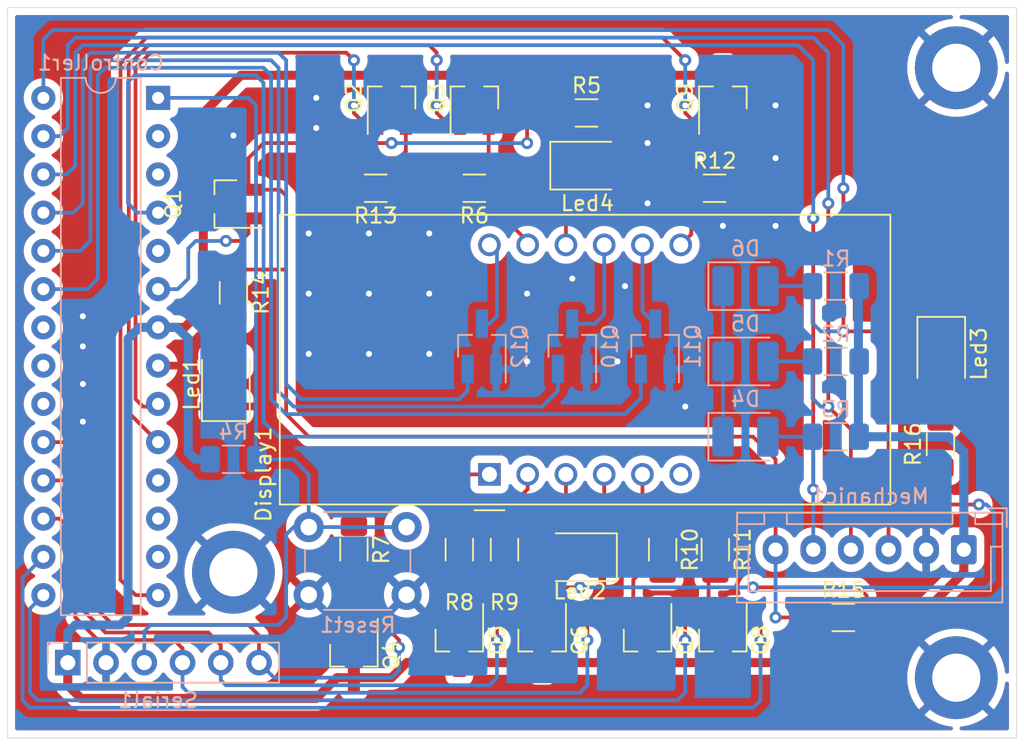
<source format=kicad_pcb>
(kicad_pcb (version 20210623) (generator pcbnew)
  (title_block (title "AvrTimer"))
  (layers (0 "F.Cu" signal) (31 "B.Cu" signal) (34 "B.Paste" user) (35 "F.Paste" user) (36 "B.SilkS" user "B.Silkscreen") (37 "F.SilkS" user "F.Silkscreen") (38 "B.Mask" user) (39 "F.Mask" user) (44 "Edge.Cuts" user))
  (net 0 "")
  (net 1 "GND")
  (net 2 "VCC")
  (net 3 "Net-(Q2-Pad2)")
  (net 4 "Net-(Q3-Pad2)")
  (net 5 "Net-(Q4-Pad2)")
  (net 6 "Net-(Q8-Pad2)")
  (net 7 "Net-(Q9-Pad2)")
  (net 8 "Net-(Controller1-Pad28)")
  (net 9 "Net-(Controller1-Pad14)")
  (net 10 "Net-(Controller1-Pad27)")
  (net 12 "Net-(Controller1-Pad26)")
  (net 14 "Net-(Controller1-Pad25)")
  (net 16 "Net-(Controller1-Pad24)")
  (net 17 "Net-(Controller1-Pad10)")
  (net 18 "Net-(Controller1-Pad23)")
  (net 19 "Net-(Controller1-Pad9)")
  (net 23 "Net-(Controller1-Pad6)")
  (net 24 "Net-(Controller1-Pad19)")
  (net 26 "Net-(Controller1-Pad18)")
  (net 27 "Net-(Controller1-Pad4)")
  (net 28 "Net-(Controller1-Pad17)")
  (net 30 "Net-(Controller1-Pad16)")
  (net 32 "Net-(Controller1-Pad15)")
  (net 33 "Net-(Controller1-Pad1)")
  (net 34 "Net-(Display1-Pad11)")
  (net 35 "Net-(Display1-Pad10)")
  (net 36 "Net-(Display1-Pad9)")
  (net 37 "Net-(Q12-Pad3)")
  (net 38 "Net-(Display1-Pad7)")
  (net 40 "Net-(Display1-Pad5)")
  (net 41 "Net-(Display1-Pad4)")
  (net 42 "Net-(Display1-Pad3)")
  (net 43 "Net-(Display1-Pad2)")
  (net 44 "Net-(Display1-Pad1)")
  (net 45 "Net-(Led1-Pad2)")
  (net 46 "Net-(R15-Pad2)")
  (net 47 "Net-(Led3-Pad2)")
  (net 48 "Net-(Led4-Pad2)")
  (net 49 "Net-(Q5-Pad2)")
  (net 50 "Net-(Q6-Pad2)")
  (net 51 "Net-(Q7-Pad2)")
  (net 52 "Net-(Mechanic1-Pad6)")
  (net 53 "Net-(Display1-Pad8)")
  (footprint "LED_SMD:LED_1210_3225Metric_Pad1.42x2.65mm_HandSolder" (layer "F.Cu") (at 92.5 74 90)
    (fp_text reference "Led1")
    (fp_text value "Red")
  )
  (footprint "LED_SMD:LED_1210_3225Metric_Pad1.42x2.65mm_HandSolder" (layer "F.Cu") (at 116.5 59.5)
    (fp_text reference "Led4")
    (fp_text value "Red")
  )
  (footprint "Package_TO_SOT_SMD:SOT-23_Handsoldering" (layer "F.Cu") (at 92.5 62.05 180)
    (fp_text reference "Q1")
    (fp_text value "BC846")
  )
  (footprint "Package_TO_SOT_SMD:SOT-23_Handsoldering" (layer "F.Cu") (at 103.5 55 90)
    (fp_text reference "Q2")
    (fp_text value "BC846")
  )
  (footprint "Package_TO_SOT_SMD:SOT-23_Handsoldering" (layer "F.Cu") (at 109 55 90)
    (fp_text reference "Q3")
    (fp_text value "BC846")
  )
  (footprint "Package_TO_SOT_SMD:SOT-23_Handsoldering" (layer "F.Cu") (at 101 92 -90)
    (fp_text reference "Q4")
    (fp_text value "BC846")
  )
  (footprint "Package_TO_SOT_SMD:SOT-23_Handsoldering" (layer "F.Cu") (at 108 91 -90)
    (fp_text reference "Q5")
    (fp_text value "BC846")
  )
  (footprint "Package_TO_SOT_SMD:SOT-23_Handsoldering" (layer "F.Cu") (at 113.5 91 -90)
    (fp_text reference "Q6")
    (fp_text value "BC846")
  )
  (footprint "Package_TO_SOT_SMD:SOT-23_Handsoldering" (layer "F.Cu") (at 120.5 91 -90)
    (fp_text reference "Q7")
    (fp_text value "BC846")
  )
  (footprint "Package_TO_SOT_SMD:SOT-23_Handsoldering" (layer "F.Cu") (at 125.5 91 -90)
    (fp_text reference "Q8")
    (fp_text value "BC846")
  )
  (footprint "Package_TO_SOT_SMD:SOT-23_Handsoldering" (layer "F.Cu") (at 125.5 55 90)
    (fp_text reference "Q9")
    (fp_text value "BC846")
  )
  (footprint "Resistor_SMD:R_1206_3216Metric_Pad1.30x1.75mm_HandSolder" (layer "F.Cu") (at 116.45 56)
    (fp_text reference "R5")
    (fp_text value "R")
  )
  (footprint "Resistor_SMD:R_1206_3216Metric_Pad1.30x1.75mm_HandSolder" (layer "F.Cu") (at 109 61 180)
    (fp_text reference "R6")
    (fp_text value "R")
  )
  (footprint "Resistor_SMD:R_1206_3216Metric_Pad1.30x1.75mm_HandSolder" (layer "F.Cu") (at 101 85 -90)
    (fp_text reference "R7")
    (fp_text value "R")
  )
  (footprint "Resistor_SMD:R_1206_3216Metric_Pad1.30x1.75mm_HandSolder" (layer "F.Cu") (at 108 85 -90)
    (fp_text reference "R8")
    (fp_text value "R")
  )
  (footprint "Resistor_SMD:R_1206_3216Metric_Pad1.30x1.75mm_HandSolder" (layer "F.Cu") (at 111 85 -90)
    (fp_text reference "R9")
    (fp_text value "R")
  )
  (footprint "Resistor_SMD:R_1206_3216Metric_Pad1.30x1.75mm_HandSolder" (layer "F.Cu") (at 121.5 85 -90)
    (fp_text reference "R10")
    (fp_text value "R")
  )
  (footprint "Resistor_SMD:R_1206_3216Metric_Pad1.30x1.75mm_HandSolder" (layer "F.Cu") (at 125 85 -90)
    (fp_text reference "R11")
    (fp_text value "R")
  )
  (footprint "Resistor_SMD:R_1206_3216Metric_Pad1.30x1.75mm_HandSolder" (layer "F.Cu") (at 124.95 61)
    (fp_text reference "R12")
    (fp_text value "R")
  )
  (footprint "Resistor_SMD:R_1206_3216Metric_Pad1.30x1.75mm_HandSolder" (layer "F.Cu") (at 102.45 61 180)
    (fp_text reference "R13")
    (fp_text value "R")
  )
  (footprint "AvrTimer:BC56-12GWA" (layer "F.Cu") (at 110 80 90)
    (fp_text reference "Display1")
    (fp_text value "BC56-12SRWA")
  )
  (footprint "LED_SMD:LED_1210_3225Metric_Pad1.42x2.65mm_HandSolder" (layer "F.Cu") (at 116 85.5 180)
    (fp_text reference "Led2")
    (fp_text value "Red")
  )
  (footprint "LED_SMD:LED_1210_3225Metric_Pad1.42x2.65mm_HandSolder" (layer "F.Cu") (at 140 72 -90)
    (fp_text reference "Led3")
    (fp_text value "Red")
  )
  (footprint "Resistor_SMD:R_1206_3216Metric_Pad1.30x1.75mm_HandSolder" (layer "F.Cu") (at 93 67.95 -90)
    (fp_text reference "R14")
    (fp_text value "R")
  )
  (footprint "" (layer "F.Cu") (at 141 93.5)
    (fp_text reference "")
    (fp_text value "")
  )
  (footprint "Resistor_SMD:R_1206_3216Metric_Pad1.30x1.75mm_HandSolder" (layer "F.Cu") (at 133.5 89.5)
    (fp_text reference "R15")
    (fp_text value "R")
  )
  (footprint "Resistor_SMD:R_1206_3216Metric_Pad1.30x1.75mm_HandSolder" (layer "F.Cu") (at 139.95 78 90)
    (fp_text reference "R16")
    (fp_text value "R")
  )
  (footprint "" (layer "F.Cu") (at 93 86.5)
    (fp_text reference "")
    (fp_text value "")
  )
  (footprint "" (layer "F.Cu") (at 141 53)
    (fp_text reference "")
    (fp_text value "")
  )
  (footprint "Diode_SMD:D_1210_3225Metric_Pad1.42x2.65mm_HandSolder" (layer "B.Cu") (at 127 77.5)
    (fp_text reference "D4")
    (fp_text value "D")
  )
  (footprint "Diode_SMD:D_1210_3225Metric_Pad1.42x2.65mm_HandSolder" (layer "B.Cu") (at 127 72.5)
    (fp_text reference "D5")
    (fp_text value "D")
  )
  (footprint "Connector_JST:JST_XH_B6B-XH-A_1x06_P2.50mm_Vertical" (layer "B.Cu") (at 141.5 85 180)
    (fp_text reference "Mechanic1")
    (fp_text value "Conn_01x06")
  )
  (footprint "Package_TO_SOT_SMD:SOT-23_Handsoldering" (layer "B.Cu") (at 115.5 71.5 90)
    (fp_text reference "Q10")
    (fp_text value "BC557")
  )
  (footprint "Package_TO_SOT_SMD:SOT-23_Handsoldering" (layer "B.Cu") (at 121 71.5 90)
    (fp_text reference "Q11")
    (fp_text value "BC557")
  )
  (footprint "Package_TO_SOT_SMD:SOT-23_Handsoldering" (layer "B.Cu") (at 109.5 71.5 90)
    (fp_text reference "Q12")
    (fp_text value "BC557")
  )
  (footprint "Resistor_SMD:R_1206_3216Metric_Pad1.30x1.75mm_HandSolder" (layer "B.Cu") (at 133 72.5 180)
    (fp_text reference "R2")
    (fp_text value "R")
  )
  (footprint "Resistor_SMD:R_1206_3216Metric_Pad1.30x1.75mm_HandSolder" (layer "B.Cu") (at 133 77.5 180)
    (fp_text reference "R3")
    (fp_text value "R")
  )
  (footprint "Resistor_SMD:R_1206_3216Metric_Pad1.30x1.75mm_HandSolder" (layer "B.Cu") (at 93 79 180)
    (fp_text reference "R4")
    (fp_text value "R")
  )
  (footprint "Button_Switch_THT:SW_PUSH_6mm" (layer "B.Cu") (at 98 88)
    (fp_text reference "Reset1")
    (fp_text value "SW_DIP_x01")
  )
  (footprint "Package_DIP:DIP-28_W7.62mm" (layer "B.Cu") (at 88 55 180)
    (fp_text reference "Controller1")
    (fp_text value "ATmega8-16PU")
  )
  (footprint "Connector_PinHeader_2.54mm:PinHeader_1x06_P2.54mm_Vertical" (layer "B.Cu") (at 82 92.5 -90)
    (fp_text reference "Serial1")
    (fp_text value "Conn_01x06")
  )
  (footprint "Diode_SMD:D_1210_3225Metric_Pad1.42x2.65mm_HandSolder" (layer "B.Cu") (at 127 67.5)
    (fp_text reference "D6")
    (fp_text value "D")
  )
  (footprint "Resistor_SMD:R_1206_3216Metric_Pad1.30x1.75mm_HandSolder" (layer "B.Cu") (at 133 67.5 180)
    (fp_text reference "R1")
    (fp_text value "R")
  )
  (gr_rect (start 78 49) (end 145 97.5) (layer "Edge.Cuts") (width 0.05) (fill none))
  (via (at 120.5 58) (size 0.8) (drill 0.4) (layers "F.Cu" "B.Cu") (net 1))
  (via (at 120.5 55.5) (size 0.8) (drill 0.4) (layers "F.Cu" "B.Cu") (net 1))
  (via (at 93 57.5) (size 0.8) (drill 0.4) (layers "F.Cu" "B.Cu") (net 1))
  (via (at 112.5 72.5) (size 0.8) (drill 0.4) (layers "F.Cu" "B.Cu") (net 1))
  (via (at 119 67.5) (size 0.8) (drill 0.4) (layers "F.Cu" "B.Cu") (net 1))
  (via (at 98 64) (size 0.8) (drill 0.4) (layers "F.Cu" "B.Cu") (net 1))
  (via (at 102 72) (size 0.8) (drill 0.4) (layers "F.Cu" "B.Cu") (net 1))
  (via (at 98 72) (size 0.8) (drill 0.4) (layers "F.Cu" "B.Cu") (net 1))
  (via (at 129 59) (size 0.8) (drill 0.4) (layers "F.Cu" "B.Cu") (net 1))
  (via (at 120.5 62) (size 0.8) (drill 0.4) (layers "F.Cu" "B.Cu") (net 1))
  (via (at 106 64) (size 0.8) (drill 0.4) (layers "F.Cu" "B.Cu") (net 1))
  (via (at 102 64) (size 0.8) (drill 0.4) (layers "F.Cu" "B.Cu") (net 1))
  (via (at 83 74) (size 0.8) (drill 0.4) (layers "F.Cu" "B.Cu") (net 1))
  (via (at 129 63.5) (size 0.8) (drill 0.4) (layers "F.Cu" "B.Cu") (net 1))
  (via (at 125.5 63.5) (size 0.8) (drill 0.4) (layers "F.Cu" "B.Cu") (net 1))
  (via (at 118.5 72.5) (size 0.8) (drill 0.4) (layers "F.Cu" "B.Cu") (net 1))
  (via (at 83 69.5) (size 0.8) (drill 0.4) (layers "F.Cu" "B.Cu") (net 1))
  (via (at 123 75.5) (size 0.8) (drill 0.4) (layers "F.Cu" "B.Cu") (net 1))
  (via (at 98.5 55) (size 0.8) (drill 0.4) (layers "F.Cu" "B.Cu") (net 1))
  (via (at 106 72) (size 0.8) (drill 0.4) (layers "F.Cu" "B.Cu") (net 1))
  (via (at 98 68) (size 0.8) (drill 0.4) (layers "F.Cu" "B.Cu") (net 1))
  (via (at 83 71.5) (size 0.8) (drill 0.4) (layers "F.Cu" "B.Cu") (net 1))
  (via (at 112.5 68) (size 0.8) (drill 0.4) (layers "F.Cu" "B.Cu") (net 1))
  (via (at 106 68) (size 0.8) (drill 0.4) (layers "F.Cu" "B.Cu") (net 1))
  (via (at 115.5 67) (size 0.8) (drill 0.4) (layers "F.Cu" "B.Cu") (net 1))
  (via (at 83 76.5) (size 0.8) (drill 0.4) (layers "F.Cu" "B.Cu") (net 1))
  (via (at 124 59) (size 0.8) (drill 0.4) (layers "F.Cu" "B.Cu") (net 1))
  (via (at 129 55.5) (size 0.8) (drill 0.4) (layers "F.Cu" "B.Cu") (net 1))
  (via (at 102 68) (size 0.8) (drill 0.4) (layers "F.Cu" "B.Cu") (net 1))
  (via (at 98.5 57) (size 0.8) (drill 0.4) (layers "F.Cu" "B.Cu") (net 1))
  (segment (start 101 93.5) (end 103.5 93.5) (width 0.6) (layer "F.Cu") (net 2))
  (segment (start 108 92.5) (end 113.5 92.5) (width 0.6) (layer "F.Cu") (net 2))
  (segment (start 103.5 53.5) (end 109 53.5) (width 0.6) (layer "F.Cu") (net 2))
  (segment (start 120.5 92.5) (end 125.5 92.5) (width 0.6) (layer "F.Cu") (net 2))
  (segment (start 91 62.05) (end 91 56) (width 0.6) (layer "F.Cu") (net 2))
  (segment (start 99.87548 93.5) (end 101 93.5) (width 0.6) (layer "F.Cu") (net 2))
  (segment (start 98.5 94.87548) (end 99.87548 93.5) (width 0.6) (layer "F.Cu") (net 2))
  (segment (start 141.5 86.5) (end 141.5 85) (width 0.6) (layer "F.Cu") (net 2))
  (segment (start 135.5 92.5) (end 141.5 86.5) (width 0.6) (layer "F.Cu") (net 2))
  (segment (start 113.5 92.5) (end 120.5 92.5) (width 0.6) (layer "F.Cu") (net 2))
  (segment (start 82.87548 94.87548) (end 98.5 94.87548) (width 0.6) (layer "F.Cu") (net 2))
  (segment (start 103.5 93.5) (end 104.5 92.5) (width 0.6) (layer "F.Cu") (net 2))
  (segment (start 93.5 53.5) (end 103.5 53.5) (width 0.6) (layer "F.Cu") (net 2))
  (segment (start 82 94) (end 82.87548 94.87548) (width 0.6) (layer "F.Cu") (net 2))
  (segment (start 89.76 70.24) (end 91 69) (width 0.6) (layer "F.Cu") (net 2))
  (segment (start 104.5 92.5) (end 108 92.5) (width 0.6) (layer "F.Cu") (net 2))
  (segment (start 91 69) (end 91 62.05) (width 0.6) (layer "F.Cu") (net 2))
  (segment (start 125.5 92.5) (end 135.5 92.5) (width 0.6) (layer "F.Cu") (net 2))
  (segment (start 91 56) (end 93.5 53.5) (width 0.6) (layer "F.Cu") (net 2))
  (segment (start 109 53.5) (end 125.5 53.5) (width 0.6) (layer "F.Cu") (net 2))
  (segment (start 82 92.5) (end 82 94) (width 0.6) (layer "F.Cu") (net 2))
  (segment (start 88 70.24) (end 89.76 70.24) (width 0.6) (layer "F.Cu") (net 2))
  (segment (start 88 70.24) (end 89.24 70.24) (width 0.6) (layer "B.Cu") (net 2))
  (segment (start 134.5 77.5) (end 134.5 67.55) (width 0.6) (layer "B.Cu") (net 2))
  (segment (start 85.5 90) (end 86 89.5) (width 0.6) (layer "B.Cu") (net 2))
  (segment (start 82 90.5) (end 82.5 90) (width 0.6) (layer "B.Cu") (net 2))
  (segment (start 134.5 67.55) (end 134.55 67.5) (width 0.6) (layer "B.Cu") (net 2))
  (segment (start 90.475 79) (end 91.45 79) (width 0.6) (layer "B.Cu") (net 2))
  (segment (start 86 71) (end 86.76 70.24) (width 0.6) (layer "B.Cu") (net 2))
  (segment (start 141.5 78.5) (end 140.5 77.5) (width 0.6) (layer "B.Cu") (net 2))
  (segment (start 141.5 85) (end 141.5 78.5) (width 0.6) (layer "B.Cu") (net 2))
  (segment (start 89.24 70.24) (end 90 71) (width 0.6) (layer "B.Cu") (net 2))
  (segment (start 90 71) (end 90 78.525) (width 0.6) (layer "B.Cu") (net 2))
  (segment (start 82.5 90) (end 85.5 90) (width 0.6) (layer "B.Cu") (net 2))
  (segment (start 86.76 70.24) (end 88 70.24) (width 0.6) (layer "B.Cu") (net 2))
  (segment (start 140.5 77.5) (end 134.5 77.5) (width 0.6) (layer "B.Cu") (net 2))
  (segment (start 91 79) (end 91.45 79) (width 0.6) (layer "B.Cu") (net 2))
  (segment (start 82 92.5) (end 82 90.5) (width 0.6) (layer "B.Cu") (net 2))
  (segment (start 90 78.525) (end 90.475 79) (width 0.6) (layer "B.Cu") (net 2))
  (segment (start 86 89.5) (end 86 71) (width 0.6) (layer "B.Cu") (net 2))
  (segment (start 100.9 59.6) (end 101.5 59) (width 0.25) (layer "F.Cu") (net 3))
  (segment (start 100.9 61) (end 100.9 59.6) (width 0.25) (layer "F.Cu") (net 3))
  (segment (start 101.5 59) (end 104 59) (width 0.25) (layer "F.Cu") (net 3))
  (segment (start 104.45 58.55) (end 104.45 56.5) (width 0.25) (layer "F.Cu") (net 3))
  (segment (start 104 59) (end 104.45 58.55) (width 0.25) (layer "F.Cu") (net 3))
  (segment (start 108.5 59.5) (end 109.5 59.5) (width 0.25) (layer "F.Cu") (net 4))
  (segment (start 109.95 59.05) (end 109.95 56.5) (width 0.25) (layer "F.Cu") (net 4))
  (segment (start 107.45 61) (end 107.45 60.55) (width 0.25) (layer "F.Cu") (net 4))
  (segment (start 107.45 60.55) (end 108.5 59.5) (width 0.25) (layer "F.Cu") (net 4))
  (segment (start 109.5 59.5) (end 109.95 59.05) (width 0.25) (layer "F.Cu") (net 4))
  (segment (start 100.05 87.5) (end 101 86.55) (width 0.25) (layer "F.Cu") (net 5))
  (segment (start 100.05 90.5) (end 100.05 87.5) (width 0.25) (layer "F.Cu") (net 5))
  (segment (start 100.5 86.9625) (end 101 86.4625) (width 0.25) (layer "F.Cu") (net 5))
  (segment (start 124.55 87) (end 125 86.55) (width 0.25) (layer "F.Cu") (net 6))
  (segment (start 124.55 89.5) (end 124.55 87) (width 0.25) (layer "F.Cu") (net 6))
  (segment (start 125.45 86.55) (end 125 86.55) (width 0.25) (layer "F.Cu") (net 6))
  (segment (start 126.45 56.5) (end 126.45 60.95) (width 0.25) (layer "F.Cu") (net 7))
  (segment (start 126.45 60.95) (end 126.5 61) (width 0.25) (layer "F.Cu") (net 7))
  (segment (start 136.5 71) (end 136.5 85) (width 0.25) (layer "F.Cu") (net 8))
  (segment (start 133.5 70.5) (end 136 70.5) (width 0.25) (layer "F.Cu") (net 8))
  (segment (start 133.5 61) (end 133.5 70.5) (width 0.25) (layer "F.Cu") (net 8))
  (segment (start 136 70.5) (end 136.5 71) (width 0.25) (layer "F.Cu") (net 8))
  (via (at 133.5 61) (size 0.8) (drill 0.4) (layers "F.Cu" "B.Cu") (net 8))
  (via (at 133.5 70.5) (size 0.8) (drill 0.4) (layers "F.Cu" "B.Cu") (net 8))
  (segment (start 133.5 70.5) (end 132 70.5) (width 0.25) (layer "B.Cu") (net 8))
  (segment (start 132 70.5) (end 131.45 69.95) (width 0.25) (layer "B.Cu") (net 8))
  (segment (start 133.5 51.5) (end 132.5 50.5) (width 0.25) (layer "B.Cu") (net 8))
  (segment (start 133.5 61) (end 133.5 51.5) (width 0.25) (layer "B.Cu") (net 8))
  (segment (start 128.4875 67.5) (end 131.45 67.5) (width 0.25) (layer "B.Cu") (net 8))
  (segment (start 131.45 69.95) (end 131.45 67.5) (width 0.25) (layer "B.Cu") (net 8))
  (segment (start 80.38 51.12) (end 80.38 55) (width 0.25) (layer "B.Cu") (net 8))
  (segment (start 132.5 50.5) (end 81 50.5) (width 0.25) (layer "B.Cu") (net 8))
  (segment (start 81 50.5) (end 80.38 51.12) (width 0.25) (layer "B.Cu") (net 8))
  (segment (start 123.5 56.5) (end 124.55 56.5) (width 0.25) (layer "F.Cu") (net 9))
  (segment (start 123 56) (end 123.5 56.5) (width 0.25) (layer "F.Cu") (net 9))
  (segment (start 121.5 51) (end 123 52.5) (width 0.25) (layer "F.Cu") (net 9))
  (segment (start 123 55.5) (end 123 56) (width 0.25) (layer "F.Cu") (net 9))
  (segment (start 87.228565 51) (end 121.5 51) (width 0.25) (layer "F.Cu") (net 9))
  (segment (start 85.5 52.728565) (end 87.228565 51) (width 0.25) (layer "F.Cu") (net 9))
  (segment (start 88 88.02) (end 86.51 88.02) (width 0.25) (layer "F.Cu") (net 9))
  (segment (start 86.51 88.02) (end 85.5 87.01) (width 0.25) (layer "F.Cu") (net 9))
  (segment (start 85.5 87.01) (end 85.5 52.728565) (width 0.25) (layer "F.Cu") (net 9))
  (via (at 123 52.5) (size 0.8) (drill 0.4) (layers "F.Cu" "B.Cu") (net 9))
  (via (at 123 55.5) (size 0.8) (drill 0.4) (layers "F.Cu" "B.Cu") (net 9))
  (segment (start 123 52.5) (end 123 55.5) (width 0.25) (layer "B.Cu") (net 9))
  (segment (start 132.5 75.5) (end 134 77) (width 0.25) (layer "F.Cu") (net 10))
  (segment (start 132.5 62) (end 132.5 75.5) (width 0.25) (layer "F.Cu") (net 10))
  (segment (start 134 77) (end 134 85) (width 0.25) (layer "F.Cu") (net 10))
  (via (at 132.5 62) (size 0.8) (drill 0.4) (layers "F.Cu" "B.Cu") (net 10))
  (via (at 132.5 75.5) (size 0.8) (drill 0.4) (layers "F.Cu" "B.Cu") (net 10))
  (segment (start 82.5 51) (end 82 51.5) (width 0.25) (layer "B.Cu") (net 10))
  (segment (start 128.4875 72.5) (end 131.45 72.5) (width 0.25) (layer "B.Cu") (net 10))
  (segment (start 82 57) (end 81.46 57.54) (width 0.25) (layer "B.Cu") (net 10))
  (segment (start 81.46 57.54) (end 80.38 57.54) (width 0.25) (layer "B.Cu") (net 10))
  (segment (start 132.5 62) (end 132.5 52) (width 0.25) (layer "B.Cu") (net 10))
  (segment (start 131.45 74.95) (end 131.45 72.5) (width 0.25) (layer "B.Cu") (net 10))
  (segment (start 132.5 75.5) (end 132 75.5) (width 0.25) (layer "B.Cu") (net 10))
  (segment (start 131.5 51) (end 82.5 51) (width 0.25) (layer "B.Cu") (net 10))
  (segment (start 132.5 52) (end 131.5 51) (width 0.25) (layer "B.Cu") (net 10))
  (segment (start 132 75.5) (end 131.45 74.95) (width 0.25) (layer "B.Cu") (net 10))
  (segment (start 82 51.5) (end 82 57) (width 0.25) (layer "B.Cu") (net 10))
  (segment (start 131.5 63) (end 131.5 81) (width 0.25) (layer "F.Cu") (net 12))
  (via (at 131.5 63) (size 0.8) (drill 0.4) (layers "F.Cu" "B.Cu") (net 12))
  (via (at 131.5 81) (size 0.8) (drill 0.4) (layers "F.Cu" "B.Cu") (net 12))
  (segment (start 131.5 81) (end 131.5 77.55) (width 0.25) (layer "B.Cu") (net 12))
  (segment (start 131.5 77.55) (end 131.45 77.5) (width 0.25) (layer "B.Cu") (net 12))
  (segment (start 82.5 59.5) (end 81.92 60.08) (width 0.25) (layer "B.Cu") (net 12))
  (segment (start 83 51.5) (end 82.5 52) (width 0.25) (layer "B.Cu") (net 12))
  (segment (start 131.5 52.5) (end 130.5 51.5) (width 0.25) (layer "B.Cu") (net 12))
  (segment (start 131.5 81) (end 131.5 85) (width 0.25) (layer "B.Cu") (net 12))
  (segment (start 131.45 77.5) (end 128.4875 77.5) (width 0.25) (layer "B.Cu") (net 12))
  (segment (start 82.5 52) (end 82.5 59.5) (width 0.25) (layer "B.Cu") (net 12))
  (segment (start 79.88 60.08) (end 80.38 60.08) (width 0.25) (layer "B.Cu") (net 12))
  (segment (start 131.5 63) (end 131.5 52.5) (width 0.25) (layer "B.Cu") (net 12))
  (segment (start 81.92 60.08) (end 80.38 60.08) (width 0.25) (layer "B.Cu") (net 12))
  (segment (start 130.5 51.5) (end 83 51.5) (width 0.25) (layer "B.Cu") (net 12))
  (segment (start 82.38 62.62) (end 83 62) (width 0.25) (layer "B.Cu") (net 14))
  (segment (start 108.55 74.45) (end 108.55 73) (width 0.25) (layer "B.Cu") (net 14))
  (segment (start 96 52) (end 96.5 52.5) (width 0.25) (layer "B.Cu") (net 14))
  (segment (start 83.5 52) (end 96 52) (width 0.25) (layer "B.Cu") (net 14))
  (segment (start 83 62) (end 83 52.5) (width 0.25) (layer "B.Cu") (net 14))
  (segment (start 80.38 62.62) (end 82.38 62.62) (width 0.25) (layer "B.Cu") (net 14))
  (segment (start 96.5 74) (end 97.5 75) (width 0.25) (layer "B.Cu") (net 14))
  (segment (start 83 52.5) (end 83.5 52) (width 0.25) (layer "B.Cu") (net 14))
  (segment (start 97.5 75) (end 108 75) (width 0.25) (layer "B.Cu") (net 14))
  (segment (start 96.5 52.5) (end 96.5 74) (width 0.25) (layer "B.Cu") (net 14))
  (segment (start 108 75) (end 108.55 74.45) (width 0.25) (layer "B.Cu") (net 14))
  (segment (start 97 75.5) (end 113.5 75.5) (width 0.25) (layer "B.Cu") (net 16))
  (segment (start 96 53) (end 96 74.5) (width 0.25) (layer "B.Cu") (net 16))
  (segment (start 82.84 65.16) (end 83.5 64.5) (width 0.25) (layer "B.Cu") (net 16))
  (segment (start 80.38 65.16) (end 82.84 65.16) (width 0.25) (layer "B.Cu") (net 16))
  (segment (start 83.5 64.5) (end 83.5 53) (width 0.25) (layer "B.Cu") (net 16))
  (segment (start 84 52.5) (end 95.5 52.5) (width 0.25) (layer "B.Cu") (net 16))
  (segment (start 96 74.5) (end 97 75.5) (width 0.25) (layer "B.Cu") (net 16))
  (segment (start 83.5 53) (end 84 52.5) (width 0.25) (layer "B.Cu") (net 16))
  (segment (start 113.5 75.5) (end 114.55 74.45) (width 0.25) (layer "B.Cu") (net 16))
  (segment (start 95.5 52.5) (end 96 53) (width 0.25) (layer "B.Cu") (net 16))
  (segment (start 114.55 74.45) (end 114.55 73) (width 0.25) (layer "B.Cu") (net 16))
  (segment (start 86.05048 52.813803) (end 86.05048 75.91048) (width 0.25) (layer "F.Cu") (net 17))
  (segment (start 106.5 52) (end 106 51.5) (width 0.25) (layer "F.Cu") (net 17))
  (segment (start 107 56.5) (end 108.05 56.5) (width 0.25) (layer "F.Cu") (net 17))
  (segment (start 106.5 55.5) (end 106.5 56) (width 0.25) (layer "F.Cu") (net 17))
  (segment (start 87.364283 51.5) (end 86.05048 52.813803) (width 0.25) (layer "F.Cu") (net 17))
  (segment (start 106 51.5) (end 87.364283 51.5) (width 0.25) (layer "F.Cu") (net 17))
  (segment (start 86.05048 75.91048) (end 88 77.86) (width 0.25) (layer "F.Cu") (net 17))
  (segment (start 106.5 56) (end 107 56.5) (width 0.25) (layer "F.Cu") (net 17))
  (segment (start 106.5 52.5) (end 106.5 52) (width 0.25) (layer "F.Cu") (net 17))
  (via (at 106.5 52.5) (size 0.8) (drill 0.4) (layers "F.Cu" "B.Cu") (net 17))
  (via (at 106.5 55.5) (size 0.8) (drill 0.4) (layers "F.Cu" "B.Cu") (net 17))
  (segment (start 106.5 52.5) (end 106.5 55.5) (width 0.25) (layer "B.Cu") (net 17))
  (segment (start 96.5 76) (end 119 76) (width 0.25) (layer "B.Cu") (net 18))
  (segment (start 95.5 53.5) (end 95.5 75) (width 0.25) (layer "B.Cu") (net 18))
  (segment (start 80.38 67.7) (end 83.3 67.7) (width 0.25) (layer "B.Cu") (net 18))
  (segment (start 83.3 67.7) (end 84 67) (width 0.25) (layer "B.Cu") (net 18))
  (segment (start 95 53) (end 95.5 53.5) (width 0.25) (layer "B.Cu") (net 18))
  (segment (start 119 76) (end 120.05 74.95) (width 0.25) (layer "B.Cu") (net 18))
  (segment (start 84 67) (end 84 53.5) (width 0.25) (layer "B.Cu") (net 18))
  (segment (start 95.5 75) (end 96.5 76) (width 0.25) (layer "B.Cu") (net 18))
  (segment (start 84.5 53) (end 95 53) (width 0.25) (layer "B.Cu") (net 18))
  (segment (start 84 53.5) (end 84.5 53) (width 0.25) (layer "B.Cu") (net 18))
  (segment (start 120.05 74.95) (end 120.05 73) (width 0.25) (layer "B.Cu") (net 18))
  (segment (start 87 75.5) (end 87.82 75.5) (width 0.25) (layer "F.Cu") (net 19))
  (segment (start 101 56) (end 101.5 56.5) (width 0.25) (layer "F.Cu") (net 19))
  (segment (start 101 55.5) (end 101 56) (width 0.25) (layer "F.Cu") (net 19))
  (segment (start 87.82 75.5) (end 88 75.32) (width 0.25) (layer "F.Cu") (net 19))
  (segment (start 86.5 53) (end 86.5 75) (width 0.25) (layer "F.Cu") (net 19))
  (segment (start 100.5 52) (end 87.5 52) (width 0.25) (layer "F.Cu") (net 19))
  (segment (start 101 52.5) (end 100.5 52) (width 0.25) (layer "F.Cu") (net 19))
  (segment (start 87.5 52) (end 86.5 53) (width 0.25) (layer "F.Cu") (net 19))
  (segment (start 101.5 56.5) (end 102.55 56.5) (width 0.25) (layer "F.Cu") (net 19))
  (segment (start 86.5 75) (end 87 75.5) (width 0.25) (layer "F.Cu") (net 19))
  (via (at 101 55.5) (size 0.8) (drill 0.4) (layers "F.Cu" "B.Cu") (net 19))
  (via (at 101 52.5) (size 0.8) (drill 0.4) (layers "F.Cu" "B.Cu") (net 19))
  (segment (start 101 52.5) (end 101 55.5) (width 0.25) (layer "B.Cu") (net 19))
  (segment (start 92.5 64.5) (end 93.5 64.5) (width 0.25) (layer "F.Cu") (net 23))
  (segment (start 93.5 64.5) (end 94 64) (width 0.25) (layer "F.Cu") (net 23))
  (segment (start 94 64) (end 94 63) (width 0.25) (layer "F.Cu") (net 23))
  (via (at 92.5 64.5) (size 0.8) (drill 0.4) (layers "F.Cu" "B.Cu") (net 23))
  (segment (start 92.5 64.5) (end 90.5 64.5) (width 0.25) (layer "B.Cu") (net 23))
  (segment (start 89.3 67.7) (end 88 67.7) (width 0.25) (layer "B.Cu") (net 23))
  (segment (start 90 65) (end 90 67) (width 0.25) (layer "B.Cu") (net 23))
  (segment (start 90 67) (end 89.3 67.7) (width 0.25) (layer "B.Cu") (net 23))
  (segment (start 90.5 64.5) (end 90 65) (width 0.25) (layer "B.Cu") (net 23))
  (segment (start 104 91.5) (end 104 91) (width 0.25) (layer "F.Cu") (net 24))
  (segment (start 83.5 88.5) (end 85 90) (width 0.25) (layer "F.Cu") (net 24))
  (segment (start 80.38 77.86) (end 81.86 77.86) (width 0.25) (layer "F.Cu") (net 24))
  (segment (start 81.86 77.86) (end 83.5 79.5) (width 0.25) (layer "F.Cu") (net 24))
  (segment (start 103.5 90.5) (end 101.95 90.5) (width 0.25) (layer "F.Cu") (net 24))
  (segment (start 104 91) (end 103.5 90.5) (width 0.25) (layer "F.Cu") (net 24))
  (segment (start 85 90) (end 94 90) (width 0.25) (layer "F.Cu") (net 24))
  (segment (start 94 90) (end 94.7 90.7) (width 0.25) (layer "F.Cu") (net 24))
  (segment (start 94.7 92.5) (end 95.15 92.95) (width 0.25) (layer "F.Cu") (net 24))
  (segment (start 94.7 90.7) (end 94.7 92.5) (width 0.25) (layer "F.Cu") (net 24))
  (segment (start 83.5 79.5) (end 83.5 88.5) (width 0.25) (layer "F.Cu") (net 24))
  (via (at 104 91.5) (size 0.8) (drill 0.4) (layers "F.Cu" "B.Cu") (net 24))
  (segment (start 94.7 92.5) (end 95.7 93.5) (width 0.25) (layer "B.Cu") (net 24))
  (segment (start 95.7 93.5) (end 103.5 93.5) (width 0.25) (layer "B.Cu") (net 24))
  (segment (start 103.5 93.5) (end 104 93) (width 0.25) (layer "B.Cu") (net 24))
  (segment (start 104 93) (end 104 91.5) (width 0.25) (layer "B.Cu") (net 24))
  (segment (start 92.16 92.5) (end 92.16 91.33) (width 0.25) (layer "F.Cu") (net 26))
  (segment (start 81.9 80.4) (end 80.38 80.4) (width 0.25) (layer "F.Cu") (net 26))
  (segment (start 84.5 90.5) (end 83 89) (width 0.25) (layer "F.Cu") (net 26))
  (segment (start 92.16 91.33) (end 91.33 90.5) (width 0.25) (layer "F.Cu") (net 26))
  (segment (start 91.33 90.5) (end 84.5 90.5) (width 0.25) (layer "F.Cu") (net 26))
  (segment (start 83 89) (end 83 81.5) (width 0.25) (layer "F.Cu") (net 26))
  (segment (start 110 89.5) (end 108.95 89.5) (width 0.25) (layer "F.Cu") (net 26))
  (segment (start 83 81.5) (end 81.9 80.4) (width 0.25) (layer "F.Cu") (net 26))
  (segment (start 110.5 91) (end 110.5 90) (width 0.25) (layer "F.Cu") (net 26))
  (segment (start 110.5 90) (end 110 89.5) (width 0.25) (layer "F.Cu") (net 26))
  (via (at 110.5 91) (size 0.8) (drill 0.4) (layers "F.Cu" "B.Cu") (net 26))
  (segment (start 110.5 93.5) (end 110.5 91) (width 0.25) (layer "B.Cu") (net 26))
  (segment (start 110 94) (end 110.5 93.5) (width 0.25) (layer "B.Cu") (net 26))
  (segment (start 92.5 94) (end 110 94) (width 0.25) (layer "B.Cu") (net 26))
  (segment (start 92.16 92.5) (end 92.16 93.66) (width 0.25) (layer "B.Cu") (net 26))
  (segment (start 92.16 93.66) (end 92.5 94) (width 0.25) (layer "B.Cu") (net 26))
  (segment (start 125.5125 67.5) (end 125.5125 72.5) (width 0.25) (layer "B.Cu") (net 27))
  (segment (start 125.5125 77.5) (end 125.5125 72.5) (width 0.25) (layer "B.Cu") (net 27))
  (segment (start 86.62 62.62) (end 86 62) (width 0.25) (layer "B.Cu") (net 27))
  (segment (start 95 76.5) (end 96 77.5) (width 0.25) (layer "B.Cu") (net 27))
  (segment (start 96 77.5) (end 125.5125 77.5) (width 0.25) (layer "B.Cu") (net 27))
  (segment (start 94.5 53.5) (end 95 54) (width 0.25) (layer "B.Cu") (net 27))
  (segment (start 95 54) (end 95 76.5) (width 0.25) (layer "B.Cu") (net 27))
  (segment (start 86 53.937744) (end 86.437744 53.5) (width 0.25) (layer "B.Cu") (net 27))
  (segment (start 88 62.62) (end 86.62 62.62) (width 0.25) (layer "B.Cu") (net 27))
  (segment (start 86.437744 53.5) (end 94.5 53.5) (width 0.25) (layer "B.Cu") (net 27))
  (segment (start 86 62) (end 86 53.937744) (width 0.25) (layer "B.Cu") (net 27))
  (segment (start 89.62 91.56) (end 89.06 91) (width 0.25) (layer "F.Cu") (net 28))
  (segment (start 116.5 91) (end 116.5 90) (width 0.25) (layer "F.Cu") (net 28))
  (segment (start 84 91) (end 82.5 89.5) (width 0.25) (layer "F.Cu") (net 28))
  (segment (start 89.06 91) (end 84 91) (width 0.25) (layer "F.Cu") (net 28))
  (segment (start 116 89.5) (end 114.45 89.5) (width 0.25) (layer "F.Cu") (net 28))
  (segment (start 82.5 84) (end 81.44 82.94) (width 0.25) (layer "F.Cu") (net 28))
  (segment (start 116.5 90) (end 116 89.5) (width 0.25) (layer "F.Cu") (net 28))
  (segment (start 81.44 82.94) (end 80.38 82.94) (width 0.25) (layer "F.Cu") (net 28))
  (segment (start 82.5 89.5) (end 82.5 84) (width 0.25) (layer "F.Cu") (net 28))
  (segment (start 89.62 92.5) (end 89.62 91.56) (width 0.25) (layer "F.Cu") (net 28))
  (via (at 116.5 91) (size 0.8) (drill 0.4) (layers "F.Cu" "B.Cu") (net 28))
  (segment (start 116.5 94) (end 116 94.5) (width 0.25) (layer "B.Cu") (net 28))
  (segment (start 90 94.5) (end 89.62 94.12) (width 0.25) (layer "B.Cu") (net 28))
  (segment (start 116 94.5) (end 90 94.5) (width 0.25) (layer "B.Cu") (net 28))
  (segment (start 89.62 94.12) (end 89.62 92.5) (width 0.25) (layer "B.Cu") (net 28))
  (segment (start 116.5 91) (end 116.5 94) (width 0.25) (layer "B.Cu") (net 28))
  (segment (start 128 91) (end 128 90) (width 0.25) (layer "F.Cu") (net 30))
  (segment (start 127.5 89.5) (end 126.45 89.5) (width 0.25) (layer "F.Cu") (net 30))
  (segment (start 128 90) (end 127.5 89.5) (width 0.25) (layer "F.Cu") (net 30))
  (via (at 128 91) (size 0.8) (drill 0.4) (layers "F.Cu" "B.Cu") (net 30))
  (segment (start 79.5 95.5) (end 127.5 95.5) (width 0.25) (layer "B.Cu") (net 30))
  (segment (start 127.5 95.5) (end 128 95) (width 0.25) (layer "B.Cu") (net 30))
  (segment (start 79 95) (end 79.5 95.5) (width 0.25) (layer "B.Cu") (net 30))
  (segment (start 79 86.86) (end 79 95) (width 0.25) (layer "B.Cu") (net 30))
  (segment (start 128 95) (end 128 91) (width 0.25) (layer "B.Cu") (net 30))
  (segment (start 80.38 85.48) (end 79 86.86) (width 0.25) (layer "B.Cu") (net 30))
  (segment (start 123 90) (end 122.5 89.5) (width 0.25) (layer "F.Cu") (net 32))
  (segment (start 122.5 89.5) (end 121.45 89.5) (width 0.25) (layer "F.Cu") (net 32))
  (segment (start 123 91) (end 123 90) (width 0.25) (layer "F.Cu") (net 32))
  (via (at 123 91) (size 0.8) (drill 0.4) (layers "F.Cu" "B.Cu") (net 32))
  (via (at 123 91) (size 0.8) (drill 0.4) (layers "F.Cu" "B.Cu") (net 32))
  (segment (start 122.5 95) (end 80 95) (width 0.25) (layer "B.Cu") (net 32))
  (segment (start 79.5 94.5) (end 79.5 88.9) (width 0.25) (layer "B.Cu") (net 32))
  (segment (start 123 91) (end 123 94.5) (width 0.25) (layer "B.Cu") (net 32))
  (segment (start 123 94.5) (end 122.5 95) (width 0.25) (layer "B.Cu") (net 32))
  (segment (start 80 95) (end 79.5 94.5) (width 0.25) (layer "B.Cu") (net 32))
  (segment (start 79.5 88.9) (end 80.38 88.02) (width 0.25) (layer "B.Cu") (net 32))
  (segment (start 94.55 79) (end 94.5 78.95) (width 0.25) (layer "B.Cu") (net 33))
  (segment (start 96.5 84) (end 96.5 89.5) (width 0.25) (layer "B.Cu") (net 33))
  (segment (start 94.5 78.95) (end 94.5 55.5) (width 0.25) (layer "B.Cu") (net 33))
  (segment (start 97 79) (end 98 80) (width 0.25) (layer "B.Cu") (net 33))
  (segment (start 98 83.5) (end 104.5 83.5) (width 0.25) (layer "B.Cu") (net 33))
  (segment (start 98 83.5) (end 97 83.5) (width 0.25) (layer "B.Cu") (net 33))
  (segment (start 96 90) (end 87.5 90) (width 0.25) (layer "B.Cu") (net 33))
  (segment (start 94 55) (end 88 55) (width 0.25) (layer "B.Cu") (net 33))
  (segment (start 87.5 90) (end 87.08 90.42) (width 0.25) (layer "B.Cu") (net 33))
  (segment (start 94.55 79) (end 97 79) (width 0.25) (layer "B.Cu") (net 33))
  (segment (start 98 80) (end 98 83.5) (width 0.25) (layer "B.Cu") (net 33))
  (segment (start 94.5 55.5) (end 94 55) (width 0.25) (layer "B.Cu") (net 33))
  (segment (start 97 83.5) (end 96.5 84) (width 0.25) (layer "B.Cu") (net 33))
  (segment (start 87.08 90.42) (end 87.08 92.5) (width 0.25) (layer "B.Cu") (net 33))
  (segment (start 96.5 89.5) (end 96 90) (width 0.25) (layer "B.Cu") (net 33))
  (segment (start 111 63) (end 107 63) (width 0.25) (layer "F.Cu") (net 34))
  (segment (start 107 63) (end 105 61) (width 0.25) (layer "F.Cu") (net 34))
  (segment (start 112.54 64.54) (end 111 63) (width 0.25) (layer "F.Cu") (net 34))
  (segment (start 112.54 64.76) (end 112.54 64.54) (width 0.25) (layer "F.Cu") (net 34))
  (segment (start 105 61) (end 104 61) (width 0.25) (layer "F.Cu") (net 34))
  (segment (start 113.5 61) (end 115.08 62.58) (width 0.25) (layer "F.Cu") (net 35))
  (segment (start 115.08 62.58) (end 115.08 64.76) (width 0.25) (layer "F.Cu") (net 35))
  (segment (start 110.55 61) (end 113.5 61) (width 0.25) (layer "F.Cu") (net 35))
  (segment (start 117 70) (end 117.62 69.38) (width 0.25) (layer "B.Cu") (net 36))
  (segment (start 115.5 70) (end 117 70) (width 0.25) (layer "B.Cu") (net 36))
  (segment (start 117.62 69.38) (end 117.62 64.76) (width 0.25) (layer "B.Cu") (net 36))
  (segment (start 110.5 65.26) (end 110 64.76) (width 0.25) (layer "B.Cu") (net 37))
  (segment (start 109.5 70) (end 110 70) (width 0.25) (layer "B.Cu") (net 37))
  (segment (start 110.5 69.5) (end 110.5 65.26) (width 0.25) (layer "B.Cu") (net 37))
  (segment (start 110 70) (end 110.5 69.5) (width 0.25) (layer "B.Cu") (net 37))
  (segment (start 123.4 61) (end 123.4 64.06) (width 0.25) (layer "F.Cu") (net 38))
  (segment (start 123.4 64.06) (end 122.7 64.76) (width 0.25) (layer "F.Cu") (net 38))
  (segment (start 124.5 82) (end 120.5 82) (width 0.25) (layer "F.Cu") (net 40))
  (segment (start 120.16 81.66) (end 120.16 80) (width 0.25) (layer "F.Cu") (net 40))
  (segment (start 125 83.0375) (end 125 82.5) (width 0.25) (layer "F.Cu") (net 40))
  (segment (start 120.5 82) (end 120.16 81.66) (width 0.25) (layer "F.Cu") (net 40))
  (segment (start 125 82.5) (end 124.5 82) (width 0.25) (layer "F.Cu") (net 40))
  (segment (start 117.62 82.62) (end 117.62 80) (width 0.25) (layer "F.Cu") (net 41))
  (segment (start 118.0375 83.0375) (end 117.62 82.62) (width 0.25) (layer "F.Cu") (net 41))
  (segment (start 121.5 83.0375) (end 118.0375 83.0375) (width 0.25) (layer "F.Cu") (net 41))
  (segment (start 115.08 82.42) (end 115.08 80) (width 0.25) (layer "F.Cu") (net 42))
  (segment (start 115 80.08) (end 115.08 80) (width 0.25) (layer "F.Cu") (net 42))
  (segment (start 114.4575 80.08) (end 115 80.08) (width 0.25) (layer "F.Cu") (net 42))
  (segment (start 111 83.45) (end 114.05 83.45) (width 0.25) (layer "F.Cu") (net 42))
  (segment (start 114.05 83.45) (end 115.08 82.42) (width 0.25) (layer "F.Cu") (net 42))
  (segment (start 112.02 81.5) (end 112.54 80.98) (width 0.25) (layer "F.Cu") (net 43))
  (segment (start 108 82) (end 108.5 81.5) (width 0.25) (layer "F.Cu") (net 43))
  (segment (start 108.5 81.5) (end 112.02 81.5) (width 0.25) (layer "F.Cu") (net 43))
  (segment (start 112.54 80.98) (end 112.54 80) (width 0.25) (layer "F.Cu") (net 43))
  (segment (start 108 83.45) (end 108 82) (width 0.25) (layer "F.Cu") (net 43))
  (segment (start 101 83.5375) (end 101 81) (width 0.25) (layer "F.Cu") (net 44))
  (segment (start 102 80) (end 110 80) (width 0.25) (layer "F.Cu") (net 44))
  (segment (start 101 81) (end 102 80) (width 0.25) (layer "F.Cu") (net 44))
  (segment (start 92.5 71) (end 92.5 72.5125) (width 0.25) (layer "F.Cu") (net 45))
  (segment (start 93 69.5) (end 93 70.5) (width 0.25) (layer "F.Cu") (net 45))
  (segment (start 93 70.5) (end 92.5 71) (width 0.25) (layer "F.Cu") (net 45))
  (segment (start 135.05 89.5) (end 135.05 88.05) (width 0.25) (layer "F.Cu") (net 46))
  (segment (start 114.5125 86.9875) (end 114.5125 85.5) (width 0.25) (layer "F.Cu") (net 46))
  (segment (start 116 87.5) (end 115 87.5) (width 0.25) (layer "F.Cu") (net 46))
  (segment (start 135.05 88.05) (end 134.5 87.5) (width 0.25) (layer "F.Cu") (net 46))
  (segment (start 114.5 85.4) (end 114.6 85.5) (width 0.25) (layer "F.Cu") (net 46))
  (segment (start 134.5 87.5) (end 127.5 87.5) (width 0.25) (layer "F.Cu") (net 46))
  (segment (start 114.5 87) (end 114.5125 86.9875) (width 0.25) (layer "F.Cu") (net 46))
  (segment (start 115 87.5) (end 114.5 87) (width 0.25) (layer "F.Cu") (net 46))
  (segment (start 114.5 85) (end 114.5 85.4) (width 0.25) (layer "F.Cu") (net 46))
  (via (at 127.5 87.5) (size 0.8) (drill 0.4) (layers "F.Cu" "B.Cu") (net 46))
  (via (at 116 87.5) (size 0.8) (drill 0.4) (layers "F.Cu" "B.Cu") (net 46))
  (segment (start 127.5 87.5) (end 116 87.5) (width 0.25) (layer "B.Cu") (net 46))
  (segment (start 139.95 73.5375) (end 140 73.4875) (width 0.25) (layer "F.Cu") (net 47))
  (segment (start 139.95 76.45) (end 139.95 73.5375) (width 0.25) (layer "F.Cu") (net 47))
  (segment (start 118 56) (end 118 59.4875) (width 0.25) (layer "F.Cu") (net 48))
  (segment (start 118 59.4875) (end 117.9875 59.5) (width 0.25) (layer "F.Cu") (net 48))
  (segment (start 107.05 89.5) (end 107.05 87.5) (width 0.25) (layer "F.Cu") (net 49))
  (segment (start 107.05 87.5) (end 108 86.55) (width 0.25) (layer "F.Cu") (net 49))
  (segment (start 111 89) (end 111.5 89.5) (width 0.25) (layer "F.Cu") (net 50))
  (segment (start 111.5 89.5) (end 112.55 89.5) (width 0.25) (layer "F.Cu") (net 50))
  (segment (start 111 86.55) (end 111 89) (width 0.25) (layer "F.Cu") (net 50))
  (segment (start 119.55 87) (end 120 86.55) (width 0.25) (layer "F.Cu") (net 51))
  (segment (start 119.55 89.5) (end 119.55 87) (width 0.25) (layer "F.Cu") (net 51))
  (segment (start 122 86.55) (end 121.5 86.55) (width 0.25) (layer "F.Cu") (net 51))
  (segment (start 120 86.55) (end 121.5 86.55) (width 0.25) (layer "F.Cu") (net 51))
  (segment (start 94.5 58.5) (end 95 58) (width 0.25) (layer "F.Cu") (net 52))
  (segment (start 112.5 56.5) (end 113 56) (width 0.25) (layer "F.Cu") (net 52))
  (segment (start 98 77.5) (end 127.5 77.5) (width 0.25) (layer "F.Cu") (net 52))
  (segment (start 96.5 76) (end 98 77.5) (width 0.25) (layer "F.Cu") (net 52))
  (segment (start 96.4 66.4) (end 93 66.4) (width 0.25) (layer "F.Cu") (net 52))
  (segment (start 113 56) (end 114.9 56) (width 0.25) (layer "F.Cu") (net 52))
  (segment (start 94 61.1) (end 96.1 61.1) (width 0.25) (layer "F.Cu") (net 52))
  (segment (start 96.5 66) (end 96.5 76) (width 0.25) (layer "F.Cu") (net 52))
  (segment (start 129 79) (end 129 85) (width 0.25) (layer "F.Cu") (net 52))
  (segment (start 140.5 82) (end 139.95 81.45) (width 0.25) (layer "F.Cu") (net 52))
  (segment (start 112.5 58) (end 112.5 56.5) (width 0.25) (layer "F.Cu") (net 52))
  (segment (start 131.95 89.5) (end 129 89.5) (width 0.25) (layer "F.Cu") (net 52))
  (segment (start 142.5 82) (end 140.5 82) (width 0.25) (layer "F.Cu") (net 52))
  (segment (start 94 61.1) (end 94 59) (width 0.25) (layer "F.Cu") (net 52))
  (segment (start 94 59) (end 94.5 58.5) (width 0.25) (layer "F.Cu") (net 52))
  (segment (start 95 58) (end 103.5 58) (width 0.25) (layer "F.Cu") (net 52))
  (segment (start 96.5 61.5) (end 96.5 66) (width 0.25) (layer "F.Cu") (net 52))
  (segment (start 127.5 77.5) (end 129 79) (width 0.25) (layer "F.Cu") (net 52))
  (segment (start 96.1 61.1) (end 96.5 61.5) (width 0.25) (layer "F.Cu") (net 52))
  (segment (start 139.95 81.45) (end 139.95 79.55) (width 0.25) (layer "F.Cu") (net 52))
  (via (at 103.5 58) (size 0.8) (drill 0.4) (layers "F.Cu" "B.Cu") (net 52))
  (via (at 129 89.5) (size 0.8) (drill 0.4) (layers "F.Cu" "B.Cu") (net 52))
  (via (at 142.5 82) (size 0.8) (drill 0.4) (layers "F.Cu" "B.Cu") (net 52))
  (via (at 112.5 58) (size 0.8) (drill 0.4) (layers "F.Cu" "B.Cu") (net 52))
  (segment (start 143 82) (end 143.5 82.5) (width 0.25) (layer "B.Cu") (net 52))
  (segment (start 129 87.5) (end 129 86.5) (width 0.25) (layer "B.Cu") (net 52))
  (segment (start 143.5 87) (end 143 87.5) (width 0.25) (layer "B.Cu") (net 52))
  (segment (start 142.5 82) (end 143 82) (width 0.25) (layer "B.Cu") (net 52))
  (segment (start 129 86.5) (end 129 85) (width 0.25) (layer "B.Cu") (net 52))
  (segment (start 129 89.5) (end 129 86.5) (width 0.25) (layer "B.Cu") (net 52))
  (segment (start 143.5 82.5) (end 143.5 87) (width 0.25) (layer "B.Cu") (net 52))
  (segment (start 143 87.5) (end 129 87.5) (width 0.25) (layer "B.Cu") (net 52))
  (segment (start 103.5 58) (end 112.5 58) (width 0.25) (layer "B.Cu") (net 52))
  (segment (start 120.16 64.76) (end 120.575002 64.76) (width 0.25) (layer "F.Cu") (net 53))
  (segment (start 121 70) (end 120.16 69.16) (width 0.25) (layer "B.Cu") (net 53))
  (segment (start 120.16 69.16) (end 120.16 64.76) (width 0.25) (layer "B.Cu") (net 53))
  (zone (net 1) (net_name "GND") (layer "F.Cu") (connect_pads (clearance 0.508)) (min_thickness 0.254) (fill yes (thermal_gap 0.508) (thermal_bridge_width 0.508))
    (polygon (pts (xy 145.5 98) (xy 77.5 98) (xy 77.5 48.5) (xy 145.5 48.5)))
  )
  (zone (net 1) (net_name "GND") (layer "B.Cu") (connect_pads (clearance 0.508)) (min_thickness 0.254) (fill yes (thermal_gap 0.508) (thermal_bridge_width 0.508))
    (polygon (pts (xy 145.5 98) (xy 77.5 98) (xy 77.5 48.5) (xy 145.5 48.5)))
  )
)
</source>
